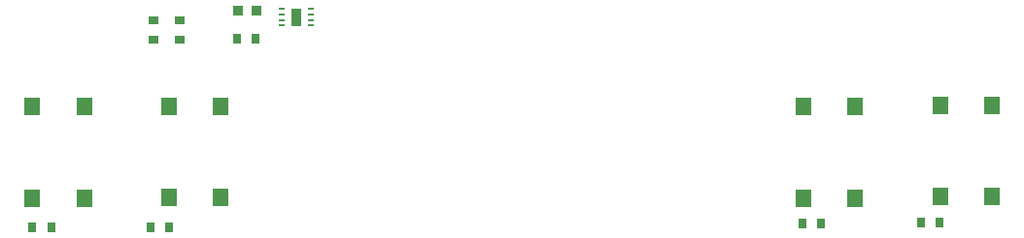
<source format=gtp>
G04*
G04 #@! TF.GenerationSoftware,Altium Limited,Altium Designer,18.1.9 (240)*
G04*
G04 Layer_Color=8421504*
%FSAX25Y25*%
%MOIN*%
G70*
G01*
G75*
%ADD13R,0.05512X0.06299*%
%ADD14R,0.02756X0.03347*%
%ADD15R,0.03543X0.06496*%
%ADD16R,0.02165X0.00984*%
%ADD17R,0.03347X0.03740*%
%ADD18R,0.03347X0.02756*%
D13*
X0610709Y0383347D02*
D03*
X0628425D02*
D03*
X0610709Y0414843D02*
D03*
X0628425D02*
D03*
X0363858Y0414567D02*
D03*
X0346142D02*
D03*
X0363858Y0383071D02*
D03*
X0346142D02*
D03*
X0563898Y0382835D02*
D03*
X0581614D02*
D03*
X0563898Y0414331D02*
D03*
X0581614D02*
D03*
X0317047Y0414370D02*
D03*
X0299331D02*
D03*
X0317047Y0382874D02*
D03*
X0299331D02*
D03*
D14*
X0346358Y0372776D02*
D03*
X0339862D02*
D03*
X0610610Y0374547D02*
D03*
X0604114D02*
D03*
X0299272Y0372815D02*
D03*
X0305768D02*
D03*
X0563406Y0374272D02*
D03*
X0569902D02*
D03*
X0375965Y0437933D02*
D03*
X0369468D02*
D03*
D15*
X0389764Y0445276D02*
D03*
D16*
X0384744Y0448228D02*
D03*
Y0446260D02*
D03*
Y0444291D02*
D03*
Y0442323D02*
D03*
X0394783Y0448228D02*
D03*
Y0446260D02*
D03*
Y0444291D02*
D03*
Y0442323D02*
D03*
D17*
X0376063Y0447362D02*
D03*
X0369764D02*
D03*
D18*
X0349862Y0444075D02*
D03*
Y0437579D02*
D03*
X0340807Y0444075D02*
D03*
Y0437579D02*
D03*
M02*

</source>
